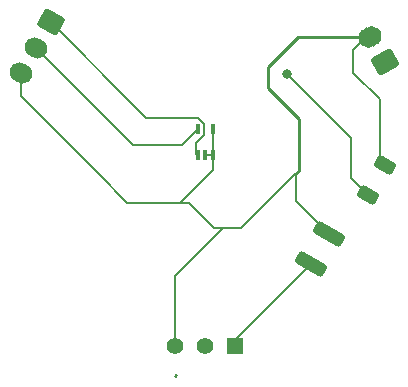
<source format=gbr>
%TF.GenerationSoftware,KiCad,Pcbnew,(6.0.8-1)-1*%
%TF.CreationDate,2022-11-30T21:50:01-05:00*%
%TF.ProjectId,Untitled,556e7469-746c-4656-942e-6b696361645f,rev?*%
%TF.SameCoordinates,Original*%
%TF.FileFunction,Copper,L2,Bot*%
%TF.FilePolarity,Positive*%
%FSLAX46Y46*%
G04 Gerber Fmt 4.6, Leading zero omitted, Abs format (unit mm)*
G04 Created by KiCad (PCBNEW (6.0.8-1)-1) date 2022-11-30 21:50:01*
%MOMM*%
%LPD*%
G01*
G04 APERTURE LIST*
G04 Aperture macros list*
%AMRoundRect*
0 Rectangle with rounded corners*
0 $1 Rounding radius*
0 $2 $3 $4 $5 $6 $7 $8 $9 X,Y pos of 4 corners*
0 Add a 4 corners polygon primitive as box body*
4,1,4,$2,$3,$4,$5,$6,$7,$8,$9,$2,$3,0*
0 Add four circle primitives for the rounded corners*
1,1,$1+$1,$2,$3*
1,1,$1+$1,$4,$5*
1,1,$1+$1,$6,$7*
1,1,$1+$1,$8,$9*
0 Add four rect primitives between the rounded corners*
20,1,$1+$1,$2,$3,$4,$5,0*
20,1,$1+$1,$4,$5,$6,$7,0*
20,1,$1+$1,$6,$7,$8,$9,0*
20,1,$1+$1,$8,$9,$2,$3,0*%
%AMHorizOval*
0 Thick line with rounded ends*
0 $1 width*
0 $2 $3 position (X,Y) of the first rounded end (center of the circle)*
0 $4 $5 position (X,Y) of the second rounded end (center of the circle)*
0 Add line between two ends*
20,1,$1,$2,$3,$4,$5,0*
0 Add two circle primitives to create the rounded ends*
1,1,$1,$2,$3*
1,1,$1,$4,$5*%
G04 Aperture macros list end*
%TA.AperFunction,SMDPad,CuDef*%
%ADD10RoundRect,0.087500X0.087500X0.337500X-0.087500X0.337500X-0.087500X-0.337500X0.087500X-0.337500X0*%
%TD*%
%TA.AperFunction,ComponentPad*%
%ADD11RoundRect,0.250000X-0.327868X0.882115X-0.927868X-0.157115X0.327868X-0.882115X0.927868X0.157115X0*%
%TD*%
%TA.AperFunction,ComponentPad*%
%ADD12HorizOval,1.700000X-0.108253X0.062500X0.108253X-0.062500X0*%
%TD*%
%TA.AperFunction,ComponentPad*%
%ADD13R,1.397000X1.397000*%
%TD*%
%TA.AperFunction,ComponentPad*%
%ADD14C,1.397000*%
%TD*%
%TA.AperFunction,SMDPad,CuDef*%
%ADD15RoundRect,0.250000X-0.385016X0.583133X-0.697516X0.041867X0.385016X-0.583133X0.697516X-0.041867X0*%
%TD*%
%TA.AperFunction,SMDPad,CuDef*%
%ADD16RoundRect,0.250000X-0.790128X0.831458X-1.115128X0.268542X0.790128X-0.831458X1.115128X-0.268542X0*%
%TD*%
%TA.AperFunction,ComponentPad*%
%ADD17RoundRect,0.250000X0.949519X-0.144615X0.349519X0.894615X-0.949519X0.144615X-0.349519X-0.894615X0*%
%TD*%
%TA.AperFunction,ComponentPad*%
%ADD18HorizOval,1.700000X0.129904X0.075000X-0.129904X-0.075000X0*%
%TD*%
%TA.AperFunction,ViaPad*%
%ADD19C,0.800000*%
%TD*%
%TA.AperFunction,Conductor*%
%ADD20C,0.200000*%
%TD*%
%TA.AperFunction,Conductor*%
%ADD21C,0.250000*%
%TD*%
G04 APERTURE END LIST*
D10*
%TO.P,REF\u002A\u002A,1*%
%TO.N,N/C*%
X104350000Y-59100000D03*
%TO.P,REF\u002A\u002A,2*%
X103700000Y-59100000D03*
%TO.P,REF\u002A\u002A,3*%
X103050000Y-59100000D03*
%TO.P,REF\u002A\u002A,4*%
X103050000Y-56900000D03*
%TO.P,REF\u002A\u002A,5*%
X104350000Y-56900000D03*
%TD*%
D11*
%TO.P,REF\u002A\u002A,1*%
%TO.N,N/C*%
X90600000Y-47800000D03*
D12*
%TO.P,REF\u002A\u002A,2*%
X89350000Y-49965064D03*
%TO.P,REF\u002A\u002A,3*%
X88100000Y-52130127D03*
%TD*%
D13*
%TO.P,REF\u002A\u002A,1*%
%TO.N,N/C*%
X106187500Y-75250100D03*
D14*
%TO.P,REF\u002A\u002A,2*%
X103647500Y-75250100D03*
%TO.P,REF\u002A\u002A,3*%
X101107500Y-75250100D03*
%TD*%
D15*
%TO.P,REF\u002A\u002A,1*%
%TO.N,N/C*%
X118931250Y-59933438D03*
%TO.P,REF\u002A\u002A,2*%
X117468750Y-62466562D03*
%TD*%
D16*
%TO.P,REF\u002A\u002A,1*%
%TO.N,N/C*%
X114137500Y-65722613D03*
%TO.P,REF\u002A\u002A,2*%
X112662500Y-68277387D03*
%TD*%
D17*
%TO.P,REF\u002A\u002A,1*%
%TO.N,N/C*%
X118879664Y-51220032D03*
D18*
%TO.P,REF\u002A\u002A,2*%
X117629664Y-49054968D03*
%TD*%
D19*
%TO.N,*%
X110600000Y-52200000D03*
%TD*%
D20*
%TO.N,*%
X111400000Y-62985113D02*
X114137500Y-65722613D01*
X103050000Y-56900000D02*
X101742468Y-58207532D01*
X106740000Y-65220000D02*
X106020000Y-65220000D01*
X102950000Y-58050000D02*
X102950000Y-59000000D01*
X118455000Y-59457188D02*
X118455000Y-54345000D01*
X88100000Y-54100000D02*
X88100000Y-52130127D01*
X94700000Y-60700000D02*
X88100000Y-54100000D01*
D21*
X109000000Y-53400000D02*
X109000000Y-51600000D01*
D20*
X105220000Y-65220000D02*
X104420000Y-65220000D01*
X116200000Y-52090000D02*
X116200000Y-50200000D01*
X109580000Y-62380000D02*
X108680000Y-63280000D01*
X97592468Y-58207532D02*
X89350000Y-49965064D01*
X103600000Y-56400000D02*
X103600000Y-57400000D01*
X101590000Y-63110000D02*
X97110000Y-63110000D01*
X97110000Y-63110000D02*
X94700000Y-60700000D01*
X101742468Y-58207532D02*
X97592468Y-58207532D01*
X103600000Y-57400000D02*
X102950000Y-58050000D01*
X90053380Y-47253380D02*
X98700000Y-55900000D01*
D21*
X111545032Y-49054968D02*
X117629664Y-49054968D01*
D20*
X108680000Y-63280000D02*
X106740000Y-65220000D01*
X109620000Y-62380000D02*
X109580000Y-62380000D01*
X110600000Y-52200000D02*
X116000000Y-57600000D01*
X104350000Y-59100000D02*
X104350000Y-60350000D01*
D21*
X111600000Y-56000000D02*
X109000000Y-53400000D01*
D20*
X103700000Y-59100000D02*
X104350000Y-59100000D01*
X106020000Y-65220000D02*
X105220000Y-65220000D01*
X106187500Y-74752387D02*
X112662500Y-68277387D01*
X111400000Y-60600000D02*
X111400000Y-62985113D01*
X103100000Y-55900000D02*
X103600000Y-56400000D01*
X95000000Y-61000000D02*
X94700000Y-60700000D01*
D21*
X101200000Y-77732500D02*
X101132500Y-77800000D01*
D20*
X101600000Y-63100000D02*
X101590000Y-63110000D01*
X88838020Y-49453084D02*
X89350000Y-49965064D01*
X116000000Y-60997812D02*
X117468750Y-62466562D01*
X117345032Y-49054968D02*
X117629664Y-49054968D01*
D21*
X109000000Y-51600000D02*
X111545032Y-49054968D01*
D20*
X104350000Y-59100000D02*
X104350000Y-56900000D01*
X116200000Y-50200000D02*
X117345032Y-49054968D01*
X101107500Y-75250100D02*
X101107500Y-69332500D01*
X104420000Y-65220000D02*
X102300000Y-63100000D01*
X104350000Y-60350000D02*
X101590000Y-63110000D01*
X98700000Y-55900000D02*
X103100000Y-55900000D01*
X118455000Y-54345000D02*
X116200000Y-52090000D01*
X101107500Y-69332500D02*
X105220000Y-65220000D01*
D21*
X111400000Y-60600000D02*
X111600000Y-60400000D01*
D20*
X106187500Y-75250100D02*
X106187500Y-74752387D01*
X102300000Y-63100000D02*
X101600000Y-63100000D01*
X116000000Y-57600000D02*
X116000000Y-60997812D01*
X118931250Y-59933438D02*
X118455000Y-59457188D01*
D21*
X111600000Y-60400000D02*
X111600000Y-56000000D01*
D20*
X111400000Y-60600000D02*
X109620000Y-62380000D01*
X109470000Y-62490000D02*
X109580000Y-62380000D01*
X89927611Y-47253380D02*
X90053380Y-47253380D01*
X118455000Y-51644696D02*
X118879664Y-51220032D01*
X88657611Y-49453084D02*
X88838020Y-49453084D01*
%TD*%
M02*

</source>
